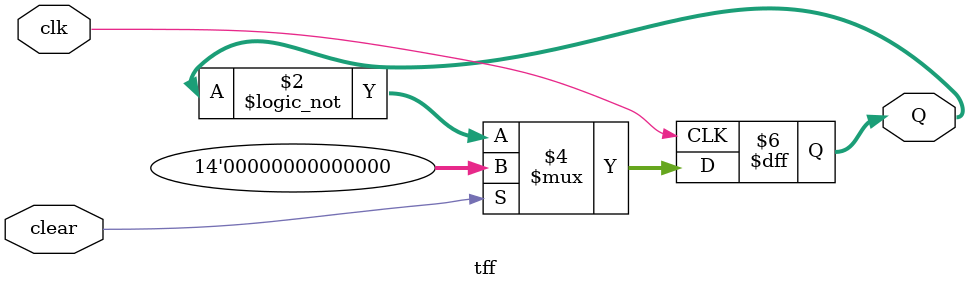
<source format=sv>
	module tff (clear,clk,Q);

	input	 	logic 	clear;
	input 	logic 	clk;
	output 	logic		[13:0]Q;

	always_ff@(negedge clk)
		begin
			if (clear)
				Q <=  0;
			else				
				Q <= !Q;
		end
		
endmodule
</source>
